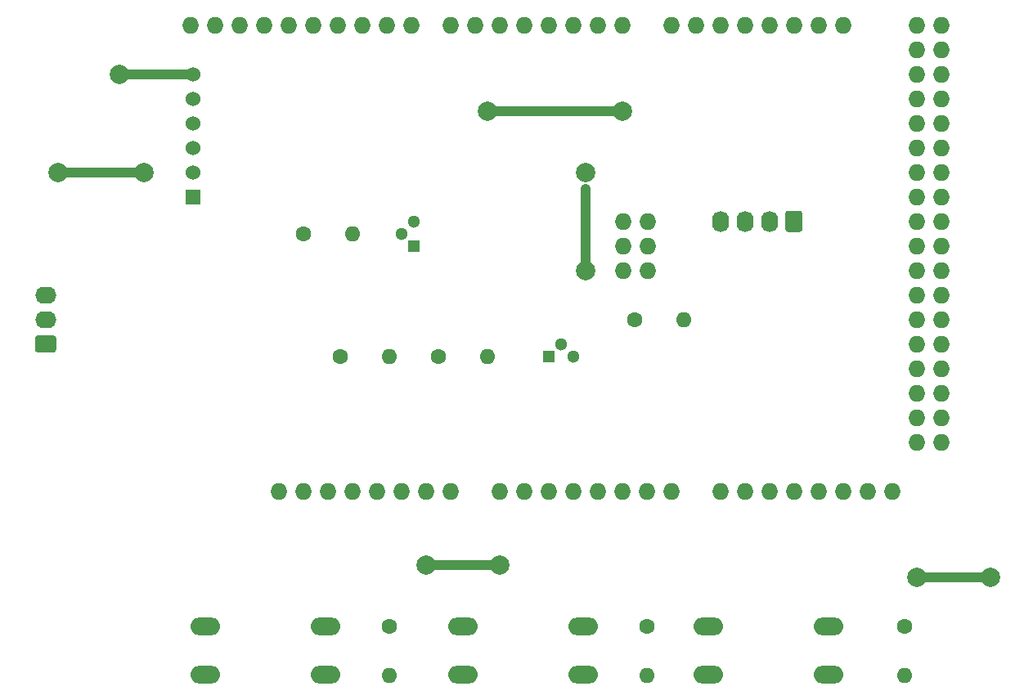
<source format=gbr>
%TF.GenerationSoftware,KiCad,Pcbnew,5.1.6-c6e7f7d~86~ubuntu16.04.1*%
%TF.CreationDate,2020-06-22T18:40:28+01:00*%
%TF.ProjectId,mirotan-due-cassette-shield,6d69726f-7461-46e2-9d64-75652d636173,rev?*%
%TF.SameCoordinates,Original*%
%TF.FileFunction,Copper,L1,Top*%
%TF.FilePolarity,Positive*%
%FSLAX46Y46*%
G04 Gerber Fmt 4.6, Leading zero omitted, Abs format (unit mm)*
G04 Created by KiCad (PCBNEW 5.1.6-c6e7f7d~86~ubuntu16.04.1) date 2020-06-22 18:40:28*
%MOMM*%
%LPD*%
G01*
G04 APERTURE LIST*
%TA.AperFunction,ComponentPad*%
%ADD10O,1.727200X1.727200*%
%TD*%
%TA.AperFunction,ComponentPad*%
%ADD11O,3.048000X1.850000*%
%TD*%
%TA.AperFunction,ComponentPad*%
%ADD12O,1.600000X1.600000*%
%TD*%
%TA.AperFunction,ComponentPad*%
%ADD13C,1.600000*%
%TD*%
%TA.AperFunction,ComponentPad*%
%ADD14O,1.740000X2.190000*%
%TD*%
%TA.AperFunction,ComponentPad*%
%ADD15C,1.524000*%
%TD*%
%TA.AperFunction,ComponentPad*%
%ADD16R,1.524000X1.524000*%
%TD*%
%TA.AperFunction,ComponentPad*%
%ADD17R,1.300000X1.300000*%
%TD*%
%TA.AperFunction,ComponentPad*%
%ADD18C,1.300000*%
%TD*%
%TA.AperFunction,ComponentPad*%
%ADD19O,2.190000X1.740000*%
%TD*%
%TA.AperFunction,ViaPad*%
%ADD20C,2.000000*%
%TD*%
%TA.AperFunction,Conductor*%
%ADD21C,1.000000*%
%TD*%
G04 APERTURE END LIST*
D10*
%TO.P,XA1,MISO*%
%TO.N,Net-(A1-Pad5)*%
X63627000Y34290000D03*
%TO.P,XA1,GND6*%
%TO.N,GND*%
X96520000Y11430000D03*
%TO.P,XA1,GND5*%
X93980000Y11430000D03*
%TO.P,XA1,D53*%
%TO.N,Net-(A1-Pad2)*%
X96520000Y13970000D03*
%TO.P,XA1,D52*%
%TO.N,Net-(XA1-PadD52)*%
X93980000Y13970000D03*
%TO.P,XA1,D51*%
%TO.N,Net-(XA1-PadD51)*%
X96520000Y16510000D03*
%TO.P,XA1,D50*%
%TO.N,Net-(XA1-PadD50)*%
X93980000Y16510000D03*
%TO.P,XA1,D49*%
%TO.N,Net-(XA1-PadD49)*%
X96520000Y19050000D03*
%TO.P,XA1,D48*%
%TO.N,Net-(XA1-PadD48)*%
X93980000Y19050000D03*
%TO.P,XA1,D47*%
%TO.N,Net-(XA1-PadD47)*%
X96520000Y21590000D03*
%TO.P,XA1,D46*%
%TO.N,Net-(XA1-PadD46)*%
X93980000Y21590000D03*
%TO.P,XA1,D45*%
%TO.N,Net-(XA1-PadD45)*%
X96520000Y24130000D03*
%TO.P,XA1,D44*%
%TO.N,Net-(R4-Pad2)*%
X93980000Y24130000D03*
%TO.P,XA1,D43*%
%TO.N,Net-(XA1-PadD43)*%
X96520000Y26670000D03*
%TO.P,XA1,D42*%
%TO.N,Net-(Q1-Pad1)*%
X93980000Y26670000D03*
%TO.P,XA1,D41*%
%TO.N,Net-(XA1-PadD41)*%
X96520000Y29210000D03*
%TO.P,XA1,D40*%
%TO.N,Net-(XA1-PadD40)*%
X93980000Y29210000D03*
%TO.P,XA1,D39*%
%TO.N,Net-(XA1-PadD39)*%
X96520000Y31750000D03*
%TO.P,XA1,D38*%
%TO.N,Net-(XA1-PadD38)*%
X93980000Y31750000D03*
%TO.P,XA1,D37*%
%TO.N,Net-(XA1-PadD37)*%
X96520000Y34290000D03*
%TO.P,XA1,D36*%
%TO.N,Net-(XA1-PadD36)*%
X93980000Y34290000D03*
%TO.P,XA1,D35*%
%TO.N,Net-(XA1-PadD35)*%
X96520000Y36830000D03*
%TO.P,XA1,D34*%
%TO.N,Net-(XA1-PadD34)*%
X93980000Y36830000D03*
%TO.P,XA1,D33*%
%TO.N,Net-(XA1-PadD33)*%
X96520000Y39370000D03*
%TO.P,XA1,D32*%
%TO.N,Net-(XA1-PadD32)*%
X93980000Y39370000D03*
%TO.P,XA1,D31*%
%TO.N,Net-(XA1-PadD31)*%
X96520000Y41910000D03*
%TO.P,XA1,D30*%
%TO.N,Net-(JP1-Pad2)*%
X93980000Y41910000D03*
%TO.P,XA1,D29*%
%TO.N,Net-(XA1-PadD29)*%
X96520000Y44450000D03*
%TO.P,XA1,D28*%
%TO.N,Net-(JP2-Pad2)*%
X93980000Y44450000D03*
%TO.P,XA1,D27*%
%TO.N,Net-(XA1-PadD27)*%
X96520000Y46990000D03*
%TO.P,XA1,D26*%
%TO.N,Net-(XA1-PadD26)*%
X93980000Y46990000D03*
%TO.P,XA1,D25*%
%TO.N,Net-(XA1-PadD25)*%
X96520000Y49530000D03*
%TO.P,XA1,D24*%
%TO.N,Net-(XA1-PadD24)*%
X93980000Y49530000D03*
%TO.P,XA1,D23*%
%TO.N,Net-(XA1-PadD23)*%
X96520000Y52070000D03*
%TO.P,XA1,D22*%
%TO.N,Net-(XA1-PadD22)*%
X93980000Y52070000D03*
%TO.P,XA1,5V4*%
%TO.N,Net-(XA1-Pad5V4)*%
X96520000Y54610000D03*
%TO.P,XA1,5V3*%
%TO.N,Net-(XA1-Pad5V3)*%
X93980000Y54610000D03*
%TO.P,XA1,CANT*%
%TO.N,Net-(XA1-PadCANT)*%
X91440000Y6350000D03*
%TO.P,XA1,CANR*%
%TO.N,Net-(XA1-PadCANR)*%
X88900000Y6350000D03*
%TO.P,XA1,DAC1*%
%TO.N,Net-(XA1-PadDAC1)*%
X86360000Y6350000D03*
%TO.P,XA1,DAC0*%
%TO.N,Net-(XA1-PadDAC0)*%
X83820000Y6350000D03*
%TO.P,XA1,A11*%
%TO.N,Net-(XA1-PadA11)*%
X81280000Y6350000D03*
%TO.P,XA1,A10*%
%TO.N,Net-(XA1-PadA10)*%
X78740000Y6350000D03*
%TO.P,XA1,A9*%
%TO.N,Net-(XA1-PadA9)*%
X76200000Y6350000D03*
%TO.P,XA1,A8*%
%TO.N,Net-(XA1-PadA8)*%
X73660000Y6350000D03*
%TO.P,XA1,A7*%
%TO.N,Net-(XA1-PadA7)*%
X68580000Y6350000D03*
%TO.P,XA1,A6*%
%TO.N,Net-(XA1-PadA6)*%
X66040000Y6350000D03*
%TO.P,XA1,A5*%
%TO.N,Net-(XA1-PadA5)*%
X63500000Y6350000D03*
%TO.P,XA1,A4*%
%TO.N,Net-(XA1-PadA4)*%
X60960000Y6350000D03*
%TO.P,XA1,A3*%
%TO.N,Net-(XA1-PadA3)*%
X58420000Y6350000D03*
%TO.P,XA1,A2*%
%TO.N,Net-(XA1-PadA2)*%
X55880000Y6350000D03*
%TO.P,XA1,A1*%
%TO.N,Net-(XA1-PadA1)*%
X53340000Y6350000D03*
%TO.P,XA1,*%
%TO.N,*%
X27940000Y6350000D03*
%TO.P,XA1,D11*%
%TO.N,Net-(XA1-PadD11)*%
X34036000Y54610000D03*
%TO.P,XA1,D12*%
%TO.N,Net-(XA1-PadD12)*%
X31496000Y54610000D03*
%TO.P,XA1,D13*%
%TO.N,Net-(XA1-PadD13)*%
X28956000Y54610000D03*
%TO.P,XA1,AREF*%
%TO.N,Net-(XA1-PadAREF)*%
X23876000Y54610000D03*
%TO.P,XA1,SDA1*%
%TO.N,Net-(XA1-PadSDA1)*%
X21336000Y54610000D03*
%TO.P,XA1,SCL1*%
%TO.N,Net-(XA1-PadSCL1)*%
X18796000Y54610000D03*
%TO.P,XA1,D10*%
%TO.N,Net-(XA1-PadD10)*%
X36576000Y54610000D03*
%TO.P,XA1,D9*%
%TO.N,Net-(XA1-PadD9)*%
X39116000Y54610000D03*
%TO.P,XA1,D8*%
%TO.N,Net-(XA1-PadD8)*%
X41656000Y54610000D03*
%TO.P,XA1,GND1*%
%TO.N,Net-(XA1-PadGND1)*%
X26416000Y54610000D03*
%TO.P,XA1,D7*%
%TO.N,Net-(XA1-PadD7)*%
X45720000Y54610000D03*
%TO.P,XA1,D6*%
%TO.N,Net-(XA1-PadD6)*%
X48260000Y54610000D03*
%TO.P,XA1,D5*%
%TO.N,Net-(XA1-PadD5)*%
X50800000Y54610000D03*
%TO.P,XA1,D4*%
%TO.N,Net-(XA1-PadD4)*%
X53340000Y54610000D03*
%TO.P,XA1,D3*%
%TO.N,Net-(XA1-PadD3)*%
X55880000Y54610000D03*
%TO.P,XA1,D2*%
%TO.N,Net-(XA1-PadD2)*%
X58420000Y54610000D03*
%TO.P,XA1,D1*%
%TO.N,Net-(XA1-PadD1)*%
X60960000Y54610000D03*
%TO.P,XA1,D0*%
%TO.N,Net-(XA1-PadD0)*%
X63500000Y54610000D03*
%TO.P,XA1,D14*%
%TO.N,Net-(XA1-PadD14)*%
X68580000Y54610000D03*
%TO.P,XA1,D15*%
%TO.N,Net-(XA1-PadD15)*%
X71120000Y54610000D03*
%TO.P,XA1,D16*%
%TO.N,Net-(XA1-PadD16)*%
X73660000Y54610000D03*
%TO.P,XA1,D17*%
%TO.N,Net-(XA1-PadD17)*%
X76200000Y54610000D03*
%TO.P,XA1,D18*%
%TO.N,Net-(XA1-PadD18)*%
X78740000Y54610000D03*
%TO.P,XA1,D19*%
%TO.N,Net-(XA1-PadD19)*%
X81280000Y54610000D03*
%TO.P,XA1,D20*%
%TO.N,Net-(XA1-PadD20)*%
X83820000Y54610000D03*
%TO.P,XA1,D21*%
%TO.N,Net-(XA1-PadD21)*%
X86360000Y54610000D03*
%TO.P,XA1,IORF*%
%TO.N,Net-(XA1-PadIORF)*%
X30480000Y6350000D03*
%TO.P,XA1,RST1*%
%TO.N,Net-(XA1-PadRST1)*%
X33020000Y6350000D03*
%TO.P,XA1,3V3*%
%TO.N,+3V3*%
X35560000Y6350000D03*
%TO.P,XA1,5V1*%
%TO.N,+5V*%
X38100000Y6350000D03*
%TO.P,XA1,GND2*%
%TO.N,Net-(XA1-PadGND2)*%
X40640000Y6350000D03*
%TO.P,XA1,GND3*%
%TO.N,GND*%
X43180000Y6350000D03*
%TO.P,XA1,VIN*%
%TO.N,Net-(XA1-PadVIN)*%
X45720000Y6350000D03*
%TO.P,XA1,A0*%
%TO.N,Net-(XA1-PadA0)*%
X50800000Y6350000D03*
%TO.P,XA1,5V2*%
%TO.N,Net-(XA1-Pad5V2)*%
X66167000Y34290000D03*
%TO.P,XA1,SCK*%
%TO.N,Net-(A1-Pad4)*%
X63627000Y31750000D03*
%TO.P,XA1,MOSI*%
%TO.N,Net-(A1-Pad3)*%
X66167000Y31750000D03*
%TO.P,XA1,GND4*%
%TO.N,Net-(XA1-PadGND4)*%
X66167000Y29210000D03*
%TO.P,XA1,RST2*%
%TO.N,Net-(XA1-PadRST2)*%
X63627000Y29210000D03*
%TD*%
D11*
%TO.P,SW3,2*%
%TO.N,Net-(R6-Pad2)*%
X72390000Y-12620000D03*
%TO.P,SW3,1*%
%TO.N,GND*%
X72390000Y-7620000D03*
%TO.P,SW3,2*%
%TO.N,Net-(R6-Pad2)*%
X84890000Y-12620000D03*
%TO.P,SW3,1*%
%TO.N,GND*%
X84890000Y-7620000D03*
%TD*%
%TO.P,SW2,2*%
%TO.N,Net-(R7-Pad2)*%
X20320000Y-12620000D03*
%TO.P,SW2,1*%
%TO.N,GND*%
X20320000Y-7620000D03*
%TO.P,SW2,2*%
%TO.N,Net-(R7-Pad2)*%
X32820000Y-12620000D03*
%TO.P,SW2,1*%
%TO.N,GND*%
X32820000Y-7620000D03*
%TD*%
%TO.P,SW1,2*%
%TO.N,Net-(R5-Pad2)*%
X46990000Y-12620000D03*
%TO.P,SW1,1*%
%TO.N,GND*%
X46990000Y-7620000D03*
%TO.P,SW1,2*%
%TO.N,Net-(R5-Pad2)*%
X59490000Y-12620000D03*
%TO.P,SW1,1*%
%TO.N,GND*%
X59490000Y-7620000D03*
%TD*%
D12*
%TO.P,R7,2*%
%TO.N,Net-(R7-Pad2)*%
X39370000Y-12700000D03*
D13*
%TO.P,R7,1*%
%TO.N,+3V3*%
X39370000Y-7620000D03*
%TD*%
D12*
%TO.P,R6,2*%
%TO.N,Net-(R6-Pad2)*%
X92710000Y-12700000D03*
D13*
%TO.P,R6,1*%
%TO.N,+3V3*%
X92710000Y-7620000D03*
%TD*%
D12*
%TO.P,R5,2*%
%TO.N,Net-(R5-Pad2)*%
X66040000Y-12700000D03*
D13*
%TO.P,R5,1*%
%TO.N,+3V3*%
X66040000Y-7620000D03*
%TD*%
D14*
%TO.P,J2,4*%
%TO.N,Net-(J2-Pad4)*%
X73660000Y34290000D03*
%TO.P,J2,3*%
%TO.N,Net-(J2-Pad3)*%
X76200000Y34290000D03*
%TO.P,J2,2*%
%TO.N,Net-(J2-Pad2)*%
X78740000Y34290000D03*
%TO.P,J2,1*%
%TO.N,Net-(J2-Pad1)*%
%TA.AperFunction,ComponentPad*%
G36*
G01*
X82150000Y35135001D02*
X82150000Y33444999D01*
G75*
G02*
X81900001Y33195000I-249999J0D01*
G01*
X80659999Y33195000D01*
G75*
G02*
X80410000Y33444999I0J249999D01*
G01*
X80410000Y35135001D01*
G75*
G02*
X80659999Y35385000I249999J0D01*
G01*
X81900001Y35385000D01*
G75*
G02*
X82150000Y35135001I0J-249999D01*
G01*
G37*
%TD.AperFunction*%
%TD*%
D15*
%TO.P,A1,6*%
%TO.N,GND*%
X19050000Y49530000D03*
%TO.P,A1,5*%
%TO.N,Net-(A1-Pad5)*%
X19050000Y46990000D03*
%TO.P,A1,4*%
%TO.N,Net-(A1-Pad4)*%
X19050000Y44450000D03*
%TO.P,A1,3*%
%TO.N,Net-(A1-Pad3)*%
X19050000Y41910000D03*
%TO.P,A1,2*%
%TO.N,Net-(A1-Pad2)*%
X19050000Y39370000D03*
D16*
%TO.P,A1,1*%
%TO.N,+3V3*%
X19050000Y36830000D03*
%TD*%
D17*
%TO.P,Q2,1*%
%TO.N,Net-(J1-Pad1)*%
X55880000Y20320000D03*
D18*
%TO.P,Q2,3*%
%TO.N,GND*%
X58420000Y20320000D03*
%TO.P,Q2,2*%
%TO.N,Net-(Q2-Pad2)*%
X57150000Y21590000D03*
%TD*%
D17*
%TO.P,Q1,1*%
%TO.N,Net-(Q1-Pad1)*%
X41910000Y31750000D03*
D18*
%TO.P,Q1,3*%
%TO.N,GND*%
X41910000Y34290000D03*
%TO.P,Q1,2*%
%TO.N,Net-(Q1-Pad2)*%
X40640000Y33020000D03*
%TD*%
D12*
%TO.P,R4,2*%
%TO.N,Net-(R4-Pad2)*%
X69850000Y24130000D03*
D13*
%TO.P,R4,1*%
%TO.N,Net-(Q2-Pad2)*%
X64770000Y24130000D03*
%TD*%
D12*
%TO.P,R3,2*%
%TO.N,Net-(Q1-Pad1)*%
X39370000Y20320000D03*
D13*
%TO.P,R3,1*%
%TO.N,+3V3*%
X34290000Y20320000D03*
%TD*%
D12*
%TO.P,R2,2*%
%TO.N,Net-(J1-Pad1)*%
X49530000Y20320000D03*
D13*
%TO.P,R2,1*%
%TO.N,+5V*%
X44450000Y20320000D03*
%TD*%
D12*
%TO.P,R1,2*%
%TO.N,Net-(Q1-Pad2)*%
X35560000Y33020000D03*
D13*
%TO.P,R1,1*%
%TO.N,Net-(J1-Pad2)*%
X30480000Y33020000D03*
%TD*%
D19*
%TO.P,J1,3*%
%TO.N,GND*%
X3810000Y26670000D03*
%TO.P,J1,2*%
%TO.N,Net-(J1-Pad2)*%
X3810000Y24130000D03*
%TO.P,J1,1*%
%TO.N,Net-(J1-Pad1)*%
%TA.AperFunction,ComponentPad*%
G36*
G01*
X4655001Y20720000D02*
X2964999Y20720000D01*
G75*
G02*
X2715000Y20969999I0J249999D01*
G01*
X2715000Y22210001D01*
G75*
G02*
X2964999Y22460000I249999J0D01*
G01*
X4655001Y22460000D01*
G75*
G02*
X4905000Y22210001I0J-249999D01*
G01*
X4905000Y20969999D01*
G75*
G02*
X4655001Y20720000I-249999J0D01*
G01*
G37*
%TD.AperFunction*%
%TD*%
D20*
%TO.N,GND*%
X11430000Y49530000D03*
X63500000Y45720000D03*
X49530000Y45720000D03*
%TO.N,+3V3*%
X43180000Y-1270000D03*
X50800000Y-1270000D03*
X101600000Y-2540000D03*
X93980000Y-2540000D03*
X59690000Y39370000D03*
X59690000Y29210000D03*
%TO.N,Net-(A1-Pad2)*%
X5080000Y39370000D03*
X13970000Y39370000D03*
%TD*%
D21*
%TO.N,GND*%
X19050000Y49530000D02*
X11430000Y49530000D01*
X11430000Y49530000D02*
X11430000Y49530000D01*
X63500000Y45720000D02*
X54610000Y45720000D01*
X54610000Y45720000D02*
X54610000Y45720000D01*
X54610000Y45720000D02*
X49530000Y45720000D01*
%TO.N,+3V3*%
X50800000Y-1270000D02*
X43180000Y-1270000D01*
X101600000Y-2540000D02*
X93980000Y-2540000D01*
X93980000Y-2540000D02*
X93980000Y-2540000D01*
X59690000Y37669999D02*
X59690000Y29210000D01*
X59690000Y29210000D02*
X59690000Y29210000D01*
%TO.N,Net-(A1-Pad2)*%
X5080000Y39370000D02*
X13970000Y39370000D01*
X13970000Y39370000D02*
X13970000Y39370000D01*
%TD*%
M02*

</source>
